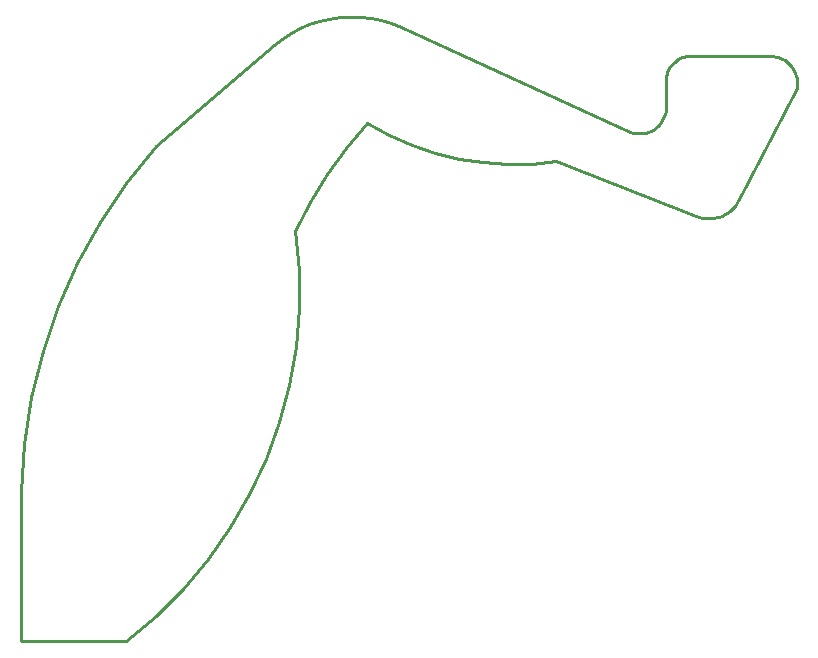
<source format=gko>
G04 EAGLE Gerber X2 export*
G75*
%MOMM*%
%FSLAX34Y34*%
%LPD*%
%AMOC8*
5,1,8,0,0,1.08239X$1,22.5*%
G01*
%ADD10C,0.254000*%


D10*
X-12700Y0D02*
X76200Y0D01*
X101271Y21048D01*
X124413Y44201D01*
X145448Y69283D01*
X164218Y96103D01*
X180578Y124457D01*
X194405Y154128D01*
X205594Y184892D01*
X214058Y216514D01*
X219735Y248753D01*
X222579Y281365D01*
X222571Y314100D01*
X219710Y346710D01*
X231894Y371481D01*
X246190Y395097D01*
X262490Y417376D01*
X280670Y438150D01*
X298916Y428151D01*
X317964Y419781D01*
X337669Y413103D01*
X357881Y408167D01*
X378446Y405012D01*
X399208Y403661D01*
X420009Y404125D01*
X440690Y406400D01*
X559110Y359628D01*
X561458Y358817D01*
X563867Y358214D01*
X566320Y357823D01*
X568797Y357648D01*
X571281Y357689D01*
X573751Y357946D01*
X576189Y358418D01*
X578578Y359100D01*
X580897Y359988D01*
X583130Y361075D01*
X585261Y362352D01*
X587271Y363810D01*
X589147Y365438D01*
X590874Y367223D01*
X592439Y369152D01*
X593830Y371210D01*
X594360Y372110D01*
X643890Y466090D01*
X644277Y468124D01*
X644484Y470185D01*
X644512Y472256D01*
X644359Y474321D01*
X644026Y476365D01*
X643517Y478372D01*
X642835Y480327D01*
X641984Y482215D01*
X640973Y484022D01*
X639808Y485734D01*
X638498Y487338D01*
X637053Y488822D01*
X635484Y490174D01*
X633804Y491384D01*
X632024Y492443D01*
X630159Y493343D01*
X628223Y494077D01*
X626230Y494640D01*
X624195Y495027D01*
X622135Y495234D01*
X620843Y495273D01*
X609600Y495300D01*
X554331Y495300D01*
X552507Y495220D01*
X550696Y494982D01*
X548914Y494587D01*
X547172Y494038D01*
X545485Y493339D01*
X543866Y492496D01*
X542325Y491515D01*
X540877Y490403D01*
X539531Y489169D01*
X538297Y487823D01*
X537185Y486375D01*
X536204Y484835D01*
X535361Y483215D01*
X534662Y481528D01*
X534113Y479786D01*
X533718Y478004D01*
X533480Y476193D01*
X533400Y474369D01*
X533400Y452062D01*
X533314Y450100D01*
X533058Y448153D01*
X532633Y446235D01*
X532042Y444362D01*
X531291Y442548D01*
X530384Y440805D01*
X529329Y439149D01*
X528133Y437591D01*
X526806Y436143D01*
X525358Y434816D01*
X523800Y433620D01*
X522143Y432565D01*
X520401Y431658D01*
X518587Y430906D01*
X516714Y430316D01*
X514796Y429891D01*
X512849Y429634D01*
X510887Y429549D01*
X508924Y429634D01*
X506977Y429891D01*
X505060Y430316D01*
X503187Y430906D01*
X502696Y431091D01*
X308711Y519369D01*
X300540Y522665D01*
X292114Y525236D01*
X283495Y527063D01*
X274751Y528132D01*
X265946Y528435D01*
X257148Y527969D01*
X248425Y526738D01*
X239841Y524752D01*
X231464Y522025D01*
X223356Y518578D01*
X215580Y514438D01*
X208194Y509635D01*
X201298Y504245D01*
X101600Y419100D01*
X76495Y387955D01*
X54201Y354740D01*
X34886Y319709D01*
X18697Y283127D01*
X5759Y245274D01*
X-3831Y206437D01*
X-10000Y166912D01*
X-12700Y127000D01*
X-12700Y0D01*
M02*

</source>
